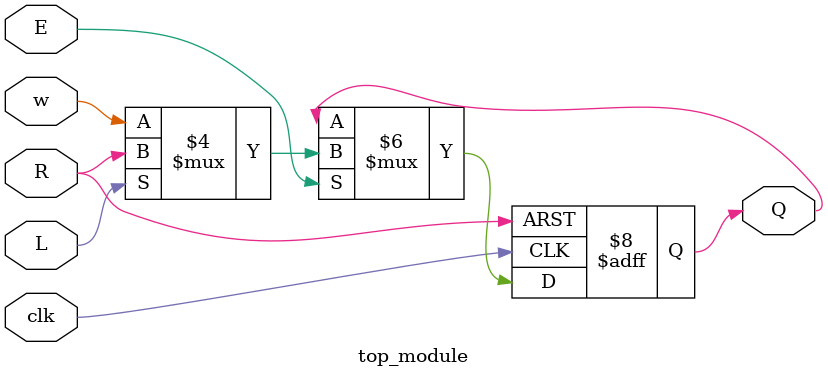
<source format=sv>
module top_module (
    input clk,
    input w,
    input R,
    input E,
    input L,
    output reg Q
);

always @(posedge clk or posedge R) begin
    if (R)
        Q <= 1'b0; // Reset output to low state
    else if (E) begin
        if (L)
            Q <= R; // Update Q with R if L is high
        else
            Q <= w; // Update Q with w if L is low
    end else begin
        Q <= Q; // Hold Q in current state if E is low
    end
end

endmodule

</source>
